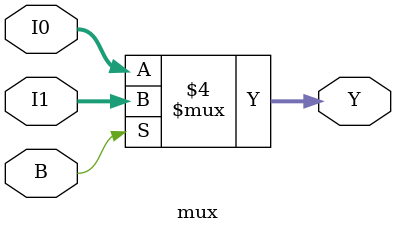
<source format=v>
`timescale 1ns / 1ps


module mux(
input [3:0] I0,
input [7:4] I1,
input B,
output reg [3:0] Y
    );
    always @(B)
    begin
    if (B==0)
     Y = I0[3:0];
    else 
     Y = I1[7:4];
 end
endmodule

</source>
